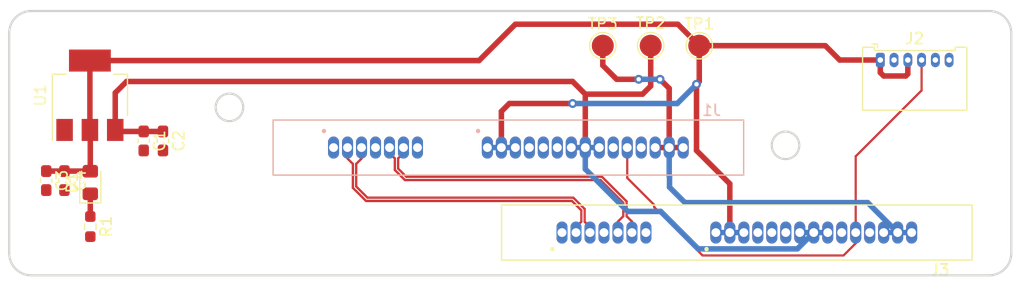
<source format=kicad_pcb>
(kicad_pcb (version 20211014) (generator pcbnew)
  (layers (0 "F.Cu" signal) (1 "In1.Cu" signal) (2 "In2.Cu" signal) (31 "B.Cu" signal) (34 "B.Paste" user) (35 "F.Paste" user) (36 "B.SilkS" user "B.Silkscreen") (37 "F.SilkS" user "F.Silkscreen") (38 "B.Mask" user) (39 "F.Mask" user) (44 "Edge.Cuts" user))
  (net 0 "")
  (net 1 "5V")
  (net 2 "Earth")
  (net 3 "3V3")
  (net 4 "Net-(D1-Pad1)")
  (net 5 "R")
  (net 6 "B")
  (net 7 "Latched")
  (net 8 "12V")
  (net 9 "A+")
  (net 10 "A-")
  (net 11 "B-")
  (net 12 "B+")
  (footprint "Capacitor_SMD:C_0603_1608Metric_Pad1.08x0.95mm_HandSolder" (layer "F.Cu") (at 127.05 80.8 -90)
    (fp_text reference "C1" (at 0 -1.43 90) (layer "F.SilkS"))
    (fp_text value "0.1 uF")
    (fp_line (start -0.146267 -0.51) (end 0.146267 -0.51) (layer "F.SilkS") (width 0.12))
    (fp_line (start -0.146267 0.51) (end 0.146267 0.51) (layer "F.SilkS") (width 0.12))
    (pad "1" smd roundrect (at -0.8625 0 270) (size 1.075 0.95) (layers "F.Cu" "F.Paste" "F.Mask") (net 1 "5V"))
    (pad "2" smd roundrect (at 0.8625 0 270) (size 1.075 0.95) (layers "F.Cu" "F.Paste" "F.Mask") (net 2 "Earth"))
  )
  (footprint "TestPoint:TestPoint_Pad_D2.0mm" (layer "F.Cu") (at 168.74 72.15)
    (fp_text reference "TP3" (at 0 -1.998) (layer "F.SilkS"))
    (fp_text value "12VTP")
    (fp_circle (center 0 0) (end 0 1.2) (layer "F.SilkS") (width 0.12) (fill none))
    (pad "1" smd circle (at 0 0) (size 2 2) (layers "F.Cu" "F.Mask") (net 8 "12V"))
  )
  (footprint "LED_SMD:LED_0805_2012Metric_Pad1.15x1.40mm_HandSolder" (layer "F.Cu") (at 122.2 84.575 90)
    (fp_text reference "D1" (at 0 -1.65 90) (layer "F.SilkS"))
    (fp_text value "LED_Small")
    (fp_line (start 1 -0.96) (end -1.86 -0.96) (layer "F.SilkS") (width 0.12))
    (fp_line (start -1.86 -0.96) (end -1.86 0.96) (layer "F.SilkS") (width 0.12))
    (fp_line (start -1.86 0.96) (end 1 0.96) (layer "F.SilkS") (width 0.12))
    (pad "1" smd roundrect (at -1.025 0 90) (size 1.15 1.4) (layers "F.Cu" "F.Paste" "F.Mask") (roundrect_rratio 0.217391) (net 4 "Net-(D1-Pad1)"))
    (pad "2" smd roundrect (at 1.025 0 90) (size 1.15 1.4) (layers "F.Cu" "F.Paste" "F.Mask") (roundrect_rratio 0.217391) (net 3 "3V3"))
  )
  (footprint "TestPoint:TestPoint_Pad_D2.0mm" (layer "F.Cu") (at 177.5 72.15)
    (fp_text reference "TP1" (at 0 -1.998) (layer "F.SilkS"))
    (fp_text value "3V3TP")
    (fp_circle (center 0 0) (end 0 1.2) (layer "F.SilkS") (width 0.12) (fill none))
    (pad "1" smd circle (at 0 0) (size 2 2) (layers "F.Cu" "F.Mask") (net 3 "3V3"))
  )
  (footprint "Capacitor_SMD:C_0603_1608Metric_Pad1.08x0.95mm_HandSolder" (layer "F.Cu") (at 119.85 84.4 -90)
    (fp_text reference "C4" (at 0 -1.43 -270) (layer "F.SilkS"))
    (fp_text value "0.1 uF")
    (fp_line (start -0.146267 0.51) (end 0.146267 0.51) (layer "F.SilkS") (width 0.12))
    (fp_line (start -0.146267 -0.51) (end 0.146267 -0.51) (layer "F.SilkS") (width 0.12))
    (pad "1" smd roundrect (at -0.8625 0 270) (size 1.075 0.95) (layers "F.Cu" "F.Paste" "F.Mask") (net 3 "3V3"))
    (pad "2" smd roundrect (at 0.8625 0 270) (size 1.075 0.95) (layers "F.Cu" "F.Paste" "F.Mask") (net 2 "Earth"))
  )
  (footprint "Package_TO_SOT_SMD:SOT-223-3_TabPin2" (layer "F.Cu") (at 122.165 76.65 90)
    (fp_text reference "U1" (at 0 -4.5 90) (layer "F.SilkS"))
    (fp_text value "NCP1117-3.3_SOT223")
    (fp_line (start -1.85 3.41) (end 1.91 3.41) (layer "F.SilkS") (width 0.12))
    (fp_line (start -4.1 -3.41) (end 1.91 -3.41) (layer "F.SilkS") (width 0.12))
    (fp_line (start 1.91 -3.41) (end 1.91 -2.15) (layer "F.SilkS") (width 0.12))
    (fp_line (start 1.91 3.41) (end 1.91 2.15) (layer "F.SilkS") (width 0.12))
    (pad "1" smd rect (at -3.15 -2.3 90) (size 2 1.5) (layers "F.Cu" "F.Paste" "F.Mask") (net 2 "Earth"))
    (pad "2" smd rect (at 3.15 0 90) (size 2 3.8) (layers "F.Cu" "F.Paste" "F.Mask") (net 3 "3V3"))
    (pad "2" smd rect (at -3.15 0 90) (size 2 1.5) (layers "F.Cu" "F.Paste" "F.Mask") (net 3 "3V3"))
    (pad "3" smd rect (at -3.15 2.3 90) (size 2 1.5) (layers "F.Cu" "F.Paste" "F.Mask") (net 1 "5V"))
  )
  (footprint "Capacitor_SMD:C_0603_1608Metric_Pad1.08x0.95mm_HandSolder" (layer "F.Cu") (at 118.2 84.4 -90)
    (fp_text reference "C3" (at 0 -1.43 -270) (layer "F.SilkS"))
    (fp_text value "10 uF")
    (fp_line (start -0.146267 -0.51) (end 0.146267 -0.51) (layer "F.SilkS") (width 0.12))
    (fp_line (start -0.146267 0.51) (end 0.146267 0.51) (layer "F.SilkS") (width 0.12))
    (pad "1" smd roundrect (at -0.8625 0 270) (size 1.075 0.95) (layers "F.Cu" "F.Paste" "F.Mask") (net 3 "3V3"))
    (pad "2" smd roundrect (at 0.8625 0 270) (size 1.075 0.95) (layers "F.Cu" "F.Paste" "F.Mask") (net 2 "Earth"))
  )
  (footprint "Capacitor_SMD:C_0603_1608Metric_Pad1.08x0.95mm_HandSolder" (layer "F.Cu") (at 128.8 80.8 -90)
    (fp_text reference "C2" (at 0 -1.43 90) (layer "F.SilkS"))
    (fp_text value "10 uF")
    (fp_line (start -0.146267 -0.51) (end 0.146267 -0.51) (layer "F.SilkS") (width 0.12))
    (fp_line (start -0.146267 0.51) (end 0.146267 0.51) (layer "F.SilkS") (width 0.12))
    (pad "1" smd roundrect (at -0.8625 0 270) (size 1.075 0.95) (layers "F.Cu" "F.Paste" "F.Mask") (net 1 "5V"))
    (pad "2" smd roundrect (at 0.8625 0 270) (size 1.075 0.95) (layers "F.Cu" "F.Paste" "F.Mask") (net 2 "Earth"))
  )
  (footprint "KiCADs:5622-2103-ML" (layer "F.Cu") (at 180.911 89.119 180)
    (fp_text reference "J3" (at -18.451625 -3.385295) (layer "F.SilkS") (effects (font (size 1.000087 1.000087))))
    (fp_text value "SATA_Combo")
    (fp_line (start -21.365 -2.5) (end 21.365 -2.5) (layer "F.SilkS") (width 0.127))
    (fp_line (start -21.365 2.5) (end -21.365 -2.5) (layer "F.SilkS") (width 0.127))
    (fp_line (start 21.365 2.5) (end -21.365 2.5) (layer "F.SilkS") (width 0.127))
    (fp_line (start 21.365 -2.5) (end 21.365 2.5) (layer "F.SilkS") (width 0.127))
    (fp_circle (center 16.75 -1.5) (end 16.85 -1.5) (layer "F.SilkS") (width 0.2) (fill none))
    (fp_circle (center 2.75 -1.5) (end 2.85 -1.5) (layer "F.SilkS") (width 0.2) (fill none))
    (pad "" np_thru_hole circle locked (at 19.365 0 180) (size 2.6 2.6) (drill 2.6) (layers *.Cu *.Mask))
    (pad "" np_thru_hole circle locked (at -19.365 0 180) (size 2.6 2.6) (drill 2.6) (layers *.Cu *.Mask))
    (pad "P1" thru_hole oval locked (at 1.905 0 180) (size 1 2) (drill 0.8) (layers *.Cu *.Mask) (net 3 "3V3"))
    (pad "P2" thru_hole oval locked (at 0.635 0 180) (size 1 2) (drill 0.8) (layers *.Cu *.Mask) (net 3 "3V3"))
    (pad "P3" thru_hole oval locked (at -0.635 0 180) (size 1 2) (drill 0.8) (layers *.Cu *.Mask) (net 3 "3V3"))
    (pad "P4" thru_hole oval locked (at -1.905 0 180) (size 1 2) (drill 0.8) (layers *.Cu *.Mask) (net 2 "Earth"))
    (pad "P5" thru_hole oval locked (at -3.175 0 180) (size 1 2) (drill 0.8) (layers *.Cu *.Mask) (net 2 "Earth"))
    (pad "P6" thru_hole oval locked (at -4.445 0 180) (size 1 2) (drill 0.8) (layers *.Cu *.Mask) (net 2 "Earth"))
    (pad "P7" thru_hole oval locked (at -5.715 0 180) (size 1 2) (drill 0.8) (layers *.Cu *.Mask) (net 1 "5V"))
    (pad "P8" thru_hole oval locked (at -6.985 0 180) (size 1 2) (drill 0.8) (layers *.Cu *.Mask) (net 1 "5V"))
    (pad "P9" thru_hole oval locked (at -8.255 0 180) (size 1 2) (drill 0.8) (layers *.Cu *.Mask) (net 1 "5V"))
    (pad "P10" thru_hole oval locked (at -9.525 0 180) (size 1 2) (drill 0.8) (layers *.Cu *.Mask) (net 2 "Earth"))
    (pad "P11" thru_hole oval locked (at -10.795 0 180) (size 1 2) (drill 0.8) (layers *.Cu *.Mask) (net 6 "B"))
    (pad "P12" thru_hole oval locked (at -12.065 0 180) (size 1 2) (drill 0.8) (layers *.Cu *.Mask) (net 2 "Earth"))
    (pad "P13" thru_hole oval locked (at -13.335 0 180) (size 1 2) (drill 0.8) (layers *.Cu *.Mask) (net 8 "12V"))
    (pad "P14" thru_hole oval locked (at -14.605 0 180) (size 1 2) (drill 0.8) (layers *.Cu *.Mask) (net 8 "12V"))
    (pad "P15" thru_hole oval locked (at -15.875 0 180) (size 1 2) (drill 0.8) (layers *.Cu *.Mask) (net 8 "12V"))
    (pad "S1" thru_hole oval locked (at 15.875 0 180) (size 1 2) (drill 0.8) (layers *.Cu *.Mask) (net 2 "Earth"))
    (pad "S2" thru_hole oval locked (at 14.605 0 180) (size 1 2) (drill 0.8) (layers *.Cu *.Mask) (net 9 "A+"))
    (pad "S3" thru_hole oval locked (at 13.335 0 180) (size 1 2) (drill 0.8) (layers *.Cu *.Mask) (net 10 "A-"))
    (pad "S4" thru_hole oval locked (at 12.065 0 180) (size 1 2) (drill 0.8) (layers *.Cu *.Mask) (net 2 "Earth"))
    (pad "S5" thru_hole oval locked (at 10.795 0 180) (size 1 2) (drill 0.8) (layers *.Cu *.Mask) (net 11 "B-"))
    (pad "S6" thru_hole oval locked (at 9.525 0 180) (size 1 2) (drill 0.8) (layers *.Cu *.Mask) (net 12 "B+"))
    (pad "S7" thru_hole oval locked (at 8.255 0 180) (size 1 2) (drill 0.8) (layers *.Cu *.Mask) (net 2 "Earth"))
  )
  (footprint "Connector_Molex:Molex_PicoBlade_53048-0610_1x06_P1.25mm_Horizontal" (layer "F.Cu") (at 193.94 73.45)
    (fp_text reference "J2" (at 3.12 -1.95) (layer "F.SilkS"))
    (fp_text value "Conn_01x06_Female")
    (fp_line (start -1.61 -1.16) (end -1.61 4.56) (layer "F.SilkS") (width 0.12))
    (fp_line (start 7.86 -1.16) (end 7.86 4.56) (layer "F.SilkS") (width 0.12))
    (fp_line (start 6.79 -1.16) (end 7.86 -1.16) (layer "F.SilkS") (width 0.12))
    (fp_line (start -0.25 -1.15) (end -0.25 -1.45) (layer "F.SilkS") (width 0.12))
    (fp_line (start 7.86 4.56) (end 3.125 4.56) (layer "F.SilkS") (width 0.12))
    (fp_line (start -0.54 -0.86) (end -0.54 -1.16) (layer "F.SilkS") (width 0.12))
    (fp_line (start 3.125 -0.86) (end 6.79 -0.86) (layer "F.SilkS") (width 0.12))
    (fp_line (start -1.61 4.56) (end 3.125 4.56) (layer "F.SilkS") (width 0.12))
    (fp_line (start -0.54 -1.16) (end -1.61 -1.16) (layer "F.SilkS") (width 0.12))
    (fp_line (start -0.25 -1.45) (end -0.75 -1.45) (layer "F.SilkS") (width 0.12))
    (fp_line (start 6.79 -0.86) (end 6.79 -1.16) (layer "F.SilkS") (width 0.12))
    (fp_line (start 3.125 -0.86) (end -0.54 -0.86) (layer "F.SilkS") (width 0.12))
    (pad "1" thru_hole roundrect (at 0 0) (size 0.8 1.3) (drill 0.5) (layers *.Cu *.Mask) (net 3 "3V3"))
    (pad "2" thru_hole oval (at 1.25 0) (size 0.8 1.3) (drill 0.5) (layers *.Cu *.Mask) (net 5 "R"))
    (pad "3" thru_hole oval (at 2.5 0) (size 0.8 1.3) (drill 0.5) (layers *.Cu *.Mask) (net 3 "3V3"))
    (pad "4" thru_hole oval (at 3.75 0) (size 0.8 1.3) (drill 0.5) (layers *.Cu *.Mask) (net 6 "B"))
    (pad "5" thru_hole oval (at 5 0) (size 0.8 1.3) (drill 0.5) (layers *.Cu *.Mask) (net 7 "Latched"))
    (pad "6" thru_hole oval (at 6.25 0) (size 0.8 1.3) (drill 0.5) (layers *.Cu *.Mask) (net 2 "Earth"))
  )
  (footprint "TestPoint:TestPoint_Pad_D2.0mm" (layer "F.Cu") (at 173.09 72.15)
    (fp_text reference "TP2" (at 0.01 -2.05) (layer "F.SilkS"))
    (fp_text value "5VTP")
    (fp_circle (center 0 0) (end 0 1.2) (layer "F.SilkS") (width 0.12) (fill none))
    (pad "1" smd circle (at 0 0) (size 2 2) (layers "F.Cu" "F.Mask") (net 1 "5V"))
  )
  (footprint "Resistor_SMD:R_0603_1608Metric_Pad0.98x0.95mm_HandSolder" (layer "F.Cu") (at 122.2 88.575 -90)
    (fp_text reference "R1" (at 0 -1.43 90) (layer "F.SilkS"))
    (fp_text value "R_Small_US")
    (fp_line (start -0.254724 0.5225) (end 0.254724 0.5225) (layer "F.SilkS") (width 0.12))
    (fp_line (start -0.254724 -0.5225) (end 0.254724 -0.5225) (layer "F.SilkS") (width 0.12))
    (pad "1" smd roundrect (at -0.9125 0 270) (size 0.975 0.95) (layers "F.Cu" "F.Paste" "F.Mask") (net 4 "Net-(D1-Pad1)"))
    (pad "2" smd roundrect (at 0.9125 0 270) (size 0.975 0.95) (layers "F.Cu" "F.Paste" "F.Mask") (net 2 "Earth"))
  )
  (footprint "KiCADs:5622-2103-ML" (layer "B.Cu") (at 160.165 81.4 180)
    (fp_text reference "J1" (at -18.451625 3.385295) (layer "B.SilkS") (effects (font (size 1.000087 1.000087)) (justify mirror)))
    (fp_text value "SATA_Combo")
    (fp_line (start 21.365 -2.5) (end -21.365 -2.5) (layer "B.SilkS") (width 0.127))
    (fp_line (start 21.365 2.5) (end 21.365 -2.5) (layer "B.SilkS") (width 0.127))
    (fp_line (start -21.365 2.5) (end 21.365 2.5) (layer "B.SilkS") (width 0.127))
    (fp_line (start -21.365 -2.5) (end -21.365 2.5) (layer "B.SilkS") (width 0.127))
    (fp_circle (center 2.75 1.5) (end 2.85 1.5) (layer "B.SilkS") (width 0.2) (fill none))
    (fp_circle (center 16.75 1.5) (end 16.85 1.5) (layer "B.SilkS") (width 0.2) (fill none))
    (pad "" np_thru_hole circle locked (at 19.365 0 180) (size 2.6 2.6) (drill 2.6) (layers *.Cu *.Mask))
    (pad "" np_thru_hole circle locked (at -19.365 0 180) (size 2.6 2.6) (drill 2.6) (layers *.Cu *.Mask))
    (pad "P1" thru_hole oval locked (at 1.905 0 180) (size 1 2) (drill 0.8) (layers *.Cu *.Mask) (net 3 "3V3"))
    (pad "P2" thru_hole oval locked (at 0.635 0 180) (size 1 2) (drill 0.8) (layers *.Cu *.Mask) (net 3 "3V3"))
    (pad "P3" thru_hole oval locked (at -0.635 0 180) (size 1 2) (drill 0.8) (layers *.Cu *.Mask) (net 3 "3V3"))
    (pad "P4" thru_hole oval locked (at -1.905 0 180) (size 1 2) (drill 0.8) (layers *.Cu *.Mask) (net 2 "Earth"))
    (pad "P5" thru_hole oval locked (at -3.175 0 180) (size 1 2) (drill 0.8) (layers *.Cu *.Mask) (net 2 "Earth"))
    (pad "P6" thru_hole oval locked (at -4.445 0 180) (size 1 2) (drill 0.8) (layers *.Cu *.Mask) (net 2 "Earth"))
    (pad "P7" thru_hole oval locked (at -5.715 0 180) (size 1 2) (drill 0.8) (layers *.Cu *.Mask) (net 1 "5V"))
    (pad "P8" thru_hole oval locked (at -6.985 0 180) (size 1 2) (drill 0.8) (layers *.Cu *.Mask) (net 1 "5V"))
    (pad "P9" thru_hole oval locked (at -8.255 0 180) (size 1 2) (drill 0.8) (layers *.Cu *.Mask) (net 1 "5V"))
    (pad "P10" thru_hole oval locked (at -9.525 0 180) (size 1 2) (drill 0.8) (layers *.Cu *.Mask) (net 2 "Earth"))
    (pad "P11" thru_hole oval locked (at -10.795 0 180) (size 1 2) (drill 0.8) (layers *.Cu *.Mask) (net 6 "B"))
    (pad "P12" thru_hole oval locked (at -12.065 0 180) (size 1 2) (drill 0.8) (layers *.Cu *.Mask) (net 2 "Earth"))
    (pad "P13" thru_hole oval locked (at -13.335 0 180) (size 1 2) (drill 0.8) (layers *.Cu *.Mask) (net 8 "12V"))
    (pad "P14" thru_hole oval locked (at -14.605 0 180) (size 1 2) (drill 0.8) (layers *.Cu *.Mask) (net 8 "12V"))
    (pad "P15" thru_hole oval locked (at -15.875 0 180) (size 1 2) (drill 0.8) (layers *.Cu *.Mask) (net 8 "12V"))
    (pad "S1" thru_hole oval locked (at 15.875 0 180) (size 1 2) (drill 0.8) (layers *.Cu *.Mask) (net 2 "Earth"))
    (pad "S2" thru_hole oval locked (at 14.605 0 180) (size 1 2) (drill 0.8) (layers *.Cu *.Mask) (net 9 "A+"))
    (pad "S3" thru_hole oval locked (at 13.335 0 180) (size 1 2) (drill 0.8) (layers *.Cu *.Mask) (net 10 "A-"))
    (pad "S4" thru_hole oval locked (at 12.065 0 180) (size 1 2) (drill 0.8) (layers *.Cu *.Mask) (net 2 "Earth"))
    (pad "S5" thru_hole oval locked (at 10.795 0 180) (size 1 2) (drill 0.8) (layers *.Cu *.Mask) (net 11 "B-"))
    (pad "S6" thru_hole oval locked (at 9.525 0 180) (size 1 2) (drill 0.8) (layers *.Cu *.Mask) (net 12 "B+"))
    (pad "S7" thru_hole oval locked (at 8.255 0 180) (size 1 2) (drill 0.8) (layers *.Cu *.Mask) (net 2 "Earth"))
  )
  (gr_arc (start 203.835001 68.999999) (mid 205.249214 69.585786) (end 205.835001 70.999999) (layer "Edge.Cuts") (width 0.2))
  (gr_arc (start 205.835001 91) (mid 205.249215 92.414214) (end 203.835001 93) (layer "Edge.Cuts") (width 0.2))
  (gr_arc (start 114.834999 70.999999) (mid 115.420786 69.585786) (end 116.834999 68.999999) (layer "Edge.Cuts") (width 0.2))
  (gr_line (start 205.835001 70.999999) (end 205.835001 91) (layer "Edge.Cuts") (width 0.2))
  (gr_arc (start 116.834999 93) (mid 115.420786 92.414213) (end 114.834999 91) (layer "Edge.Cuts") (width 0.2))
  (gr_line (start 116.834999 68.999999) (end 203.835001 68.999999) (layer "Edge.Cuts") (width 0.2))
  (gr_circle (center 134.835 77.75) (end 133.585 77.75) (layer "Edge.Cuts") (width 0.2) (fill none))
  (gr_circle (center 185.335 81.2) (end 184.085 81.2) (layer "Edge.Cuts") (width 0.2) (fill none))
  (gr_line (start 114.834999 91) (end 114.834999 70.999999) (layer "Edge.Cuts") (width 0.2))
  (gr_line (start 203.835001 93) (end 116.834999 93) (layer "Edge.Cuts") (width 0.2))
  (segment (start 124.6025 79.9375) (end 124.465 79.8) (width 0.5) (layer "F.Cu") (net 1))
  (segment (start 167.15 76.55) (end 167.15 81.4) (width 0.5) (layer "F.Cu") (net 1))
  (segment (start 173.09 75.81) (end 173.09 72.15) (width 0.5) (layer "F.Cu") (net 1))
  (segment (start 172.35 76.55) (end 173.09 75.81) (width 0.5) (layer "F.Cu") (net 1))
  (segment (start 167.15 76.55) (end 172.35 76.55) (width 0.5) (layer "F.Cu") (net 1))
  (segment (start 166 75.4) (end 167.15 76.55) (width 0.5) (layer "F.Cu") (net 1))
  (segment (start 125.5 75.4) (end 166 75.4) (width 0.5) (layer "F.Cu") (net 1))
  (segment (start 124.465 79.8) (end 124.465 76.435) (width 0.5) (layer "F.Cu") (net 1))
  (segment (start 127.05 79.9375) (end 124.6025 79.9375) (width 0.5) (layer "F.Cu") (net 1))
  (segment (start 124.465 76.435) (end 125.5 75.4) (width 0.5) (layer "F.Cu") (net 1))
  (segment (start 128.8 79.9375) (end 127.05 79.9375) (width 0.5) (layer "F.Cu") (net 1))
  (segment (start 174 87.2) (end 171 87.2) (width 0.5) (layer "B.Cu") (net 1))
  (segment (start 165.88 81.4) (end 168.42 81.4) (width 0.5) (layer "B.Cu") (net 1))
  (segment (start 171 87.2) (end 167.15 83.35) (width 0.5) (layer "B.Cu") (net 1))
  (segment (start 186.415 90.6) (end 177.4 90.6) (width 0.5) (layer "B.Cu") (net 1))
  (segment (start 177.4 90.6) (end 174 87.2) (width 0.5) (layer "B.Cu") (net 1))
  (segment (start 186.626 89.119) (end 189.166 89.119) (width 0.5) (layer "B.Cu") (net 1))
  (segment (start 187.896 89.119) (end 186.415 90.6) (width 0.5) (layer "B.Cu") (net 1))
  (segment (start 167.15 83.35) (end 167.15 81.4) (width 0.5) (layer "B.Cu") (net 1))
  (segment (start 194.25 74.9) (end 196.25 74.9) (width 0.5) (layer "F.Cu") (net 3))
  (segment (start 122.165 79.8) (end 122.165 73.5) (width 0.5) (layer "F.Cu") (net 3))
  (segment (start 177.25 81.665586) (end 180.276 84.691586) (width 0.5) (layer "F.Cu") (net 3))
  (segment (start 188.95 72.15) (end 190.25 73.45) (width 0.5) (layer "F.Cu") (net 3))
  (segment (start 160.25 77.4) (end 166 77.4) (width 0.5) (layer "F.Cu") (net 3))
  (segment (start 193.94 74.59) (end 194.25 74.9) (width 0.5) (layer "F.Cu") (net 3))
  (segment (start 159.53 81.4) (end 159.53 78.12) (width 0.5) (layer "F.Cu") (net 3))
  (segment (start 160.8 70.2) (end 175.55 70.2) (width 0.5) (layer "F.Cu") (net 3))
  (segment (start 180.276 84.691586) (end 180.276 89.119) (width 0.5) (layer "F.Cu") (net 3))
  (segment (start 177.5 75.4) (end 177.5 72.15) (width 0.5) (layer "F.Cu") (net 3))
  (segment (start 177.25 75.65) (end 177.5 75.4) (width 0.5) (layer "F.Cu") (net 3))
  (segment (start 193.94 73.45) (end 193.94 74.59) (width 0.5) (layer "F.Cu") (net 3))
  (segment (start 122.165 73.5) (end 157.5 73.5) (width 0.5) (layer "F.Cu") (net 3))
  (segment (start 122.1875 83.5375) (end 122.2 83.55) (width 0.5) (layer "F.Cu") (net 3))
  (segment (start 159.53 78.12) (end 160.25 77.4) (width 0.5) (layer "F.Cu") (net 3))
  (segment (start 190.25 73.45) (end 193.94 73.45) (width 0.5) (layer "F.Cu") (net 3))
  (segment (start 175.55 70.2) (end 177.5 72.15) (width 0.5) (layer "F.Cu") (net 3))
  (segment (start 122.2 79.835) (end 122.165 79.8) (width 0.5) (layer "F.Cu") (net 3))
  (segment (start 119.85 83.5375) (end 122.1875 83.5375) (width 0.5) (layer "F.Cu") (net 3))
  (segment (start 177.5 72.15) (end 188.95 72.15) (width 0.5) (layer "F.Cu") (net 3))
  (segment (start 196.44 74.71) (end 196.44 73.45) (width 0.5) (layer "F.Cu") (net 3))
  (segment (start 157.5 73.5) (end 160.8 70.2) (width 0.5) (layer "F.Cu") (net 3))
  (segment (start 196.25 74.9) (end 196.44 74.71) (width 0.5) (layer "F.Cu") (net 3))
  (segment (start 122.2 83.55) (end 122.2 79.835) (width 0.5) (layer "F.Cu") (net 3))
  (segment (start 177.25 75.65) (end 177.25 81.665586) (width 0.5) (layer "F.Cu") (net 3))
  (segment (start 118.2 83.5375) (end 119.85 83.5375) (width 0.5) (layer "F.Cu") (net 3))
  (via (at 177.25 75.65) (size 0.8) (drill 0.4) (layers "F.Cu" "B.Cu") (net 3))
  (via (at 166 77.4) (size 0.8) (drill 0.4) (layers "F.Cu" "B.Cu") (net 3))
  (segment (start 177.25 75.65) (end 175.5 77.4) (width 0.5) (layer "B.Cu") (net 3))
  (segment (start 179.006 89.119) (end 181.546 89.119) (width 0.5) (layer "B.Cu") (net 3))
  (segment (start 158.26 81.4) (end 160.8 81.4) (width 0.5) (layer "B.Cu") (net 3))
  (segment (start 175.5 77.4) (end 166 77.4) (width 0.5) (layer "B.Cu") (net 3))
  (segment (start 122.2 85.6) (end 122.2 87.6625) (width 0.5) (layer "F.Cu") (net 4))
  (segment (start 170.96 84.16) (end 173.4 86.6) (width 0.2) (layer "F.Cu") (net 6))
  (segment (start 170.96 81.4) (end 170.96 84.16) (width 0.2) (layer "F.Cu") (net 6))
  (segment (start 190.6 91.2) (end 191.706 90.094) (width 0.2) (layer "F.Cu") (net 6))
  (segment (start 191.706 90.094) (end 191.706 89.119) (width 0.2) (layer "F.Cu") (net 6))
  (segment (start 191.706 82.194) (end 191.706 89.119) (width 0.2) (layer "F.Cu") (net 6))
  (segment (start 173.4 86.6) (end 173.4 86.8) (width 0.2) (layer "F.Cu") (net 6))
  (segment (start 197.69 73.45) (end 197.69 76.21) (width 0.2) (layer "F.Cu") (net 6))
  (segment (start 197.69 76.21) (end 191.706 82.194) (width 0.2) (layer "F.Cu") (net 6))
  (segment (start 173.4 86.8) (end 177.8 91.2) (width 0.2) (layer "F.Cu") (net 6))
  (segment (start 177.8 91.2) (end 190.6 91.2) (width 0.2) (layer "F.Cu") (net 6))
  (segment (start 173.9395 75.2) (end 174.77 76.0305) (width 0.5) (layer "F.Cu") (net 8))
  (segment (start 173.5 81.4) (end 176.04 81.4) (width 0.5) (layer "F.Cu") (net 8))
  (segment (start 168.74 72.15) (end 168.74 73.94) (width 0.5) (layer "F.Cu") (net 8))
  (segment (start 174.77 76.0305) (end 174.77 81.4) (width 0.5) (layer "F.Cu") (net 8))
  (segment (start 169.8 75) (end 170 75.2) (width 0.5) (layer "F.Cu") (net 8))
  (segment (start 168.74 73.94) (end 169.8 75) (width 0.5) (layer "F.Cu") (net 8))
  (segment (start 170 75.2) (end 172 75.2) (width 0.5) (layer "F.Cu") (net 8))
  (via (at 173.9395 75.2) (size 0.8) (drill 0.4) (layers "F.Cu" "B.Cu") (net 8))
  (via (at 172 75.2) (size 0.8) (drill 0.4) (layers "F.Cu" "B.Cu") (net 8))
  (segment (start 176.2 86.4) (end 174.8 85) (width 0.5) (layer "B.Cu") (net 8))
  (segment (start 172 75.2) (end 173.9395 75.2) (width 0.5) (layer "B.Cu") (net 8))
  (segment (start 174.8 84) (end 174.77 83.97) (width 0.5) (layer "B.Cu") (net 8))
  (segment (start 174.77 83.97) (end 174.77 81.4) (width 0.5) (layer "B.Cu") (net 8))
  (segment (start 195.516 89.119) (end 192.797 86.4) (width 0.5) (layer "B.Cu") (net 8))
  (segment (start 194.246 89.119) (end 196.786 89.119) (width 0.5) (layer "B.Cu") (net 8))
  (segment (start 174.8 85) (end 174.8 84) (width 0.5) (layer "B.Cu") (net 8))
  (segment (start 192.797 86.4) (end 176.2 86.4) (width 0.5) (layer "B.Cu") (net 8))
  (segment (start 166.306 88.619) (end 166.791 88.134) (width 0.21) (layer "F.Cu") (net 9))
  (segment (start 145.56 82.4) (end 145.56 81.4) (width 0.21) (layer "F.Cu") (net 9))
  (segment (start 166.791 88.134) (end 166.791 87.103134) (width 0.21) (layer "F.Cu") (net 9))
  (segment (start 166.306 89.119) (end 166.306 88.619) (width 0.21) (layer "F.Cu") (net 9))
  (segment (start 165.937866 86.25) (end 147.237866 86.25) (width 0.21) (layer "F.Cu") (net 9))
  (segment (start 147.237866 86.25) (end 146.045 85.057134) (width 0.21) (layer "F.Cu") (net 9))
  (segment (start 146.045 82.885) (end 145.56 82.4) (width 0.21) (layer "F.Cu") (net 9))
  (segment (start 146.045 85.057134) (end 146.045 82.885) (width 0.21) (layer "F.Cu") (net 9))
  (segment (start 166.791 87.103134) (end 165.937866 86.25) (width 0.21) (layer "F.Cu") (net 9))
  (segment (start 146.345 84.932866) (end 146.345 82.885) (width 0.21) (layer "F.Cu") (net 10))
  (segment (start 147.362134 85.95) (end 146.345 84.932866) (width 0.21) (layer "F.Cu") (net 10))
  (segment (start 167.576 88.619) (end 167.091 88.134) (width 0.21) (layer "F.Cu") (net 10))
  (segment (start 167.091 88.134) (end 167.091 86.978866) (width 0.21) (layer "F.Cu") (net 10))
  (segment (start 166.062134 85.95) (end 147.362134 85.95) (width 0.21) (layer "F.Cu") (net 10))
  (segment (start 167.091 86.978866) (end 166.062134 85.95) (width 0.21) (layer "F.Cu") (net 10))
  (segment (start 146.83 82.4) (end 146.83 81.4) (width 0.21) (layer "F.Cu") (net 10))
  (segment (start 167.576 89.119) (end 167.576 88.619) (width 0.21) (layer "F.Cu") (net 10))
  (segment (start 146.345 82.885) (end 146.83 82.4) (width 0.21) (layer "F.Cu") (net 10))
  (segment (start 149.855 83.434998) (end 150.770002 84.35) (width 0.21) (layer "F.Cu") (net 11))
  (segment (start 149.37 81.4) (end 149.37 81.9) (width 0.21) (layer "F.Cu") (net 11))
  (segment (start 149.855 82.385) (end 149.855 83.434998) (width 0.21) (layer "F.Cu") (net 11))
  (segment (start 170.601 87.634) (end 170.116 88.119) (width 0.21) (layer "F.Cu") (net 11))
  (segment (start 168.537866 84.35) (end 170.601 86.413134) (width 0.21) (layer "F.Cu") (net 11))
  (segment (start 150.770002 84.35) (end 168.537866 84.35) (width 0.21) (layer "F.Cu") (net 11))
  (segment (start 170.601 86.413134) (end 170.601 87.634) (width 0.21) (layer "F.Cu") (net 11))
  (segment (start 170.116 88.119) (end 170.116 89.119) (width 0.21) (layer "F.Cu") (net 11))
  (segment (start 149.37 81.9) (end 149.855 82.385) (width 0.21) (layer "F.Cu") (net 11))
  (segment (start 170.901 86.288866) (end 170.901 87.634) (width 0.21) (layer "F.Cu") (net 12))
  (segment (start 171.386 88.119) (end 171.386 89.119) (width 0.21) (layer "F.Cu") (net 12))
  (segment (start 150.155 82.385) (end 150.155 83.31073) (width 0.21) (layer "F.Cu") (net 12))
  (segment (start 168.662134 84.05) (end 170.901 86.288866) (width 0.21) (layer "F.Cu") (net 12))
  (segment (start 150.89427 84.05) (end 168.662134 84.05) (width 0.21) (layer "F.Cu") (net 12))
  (segment (start 150.64 81.9) (end 150.155 82.385) (width 0.21) (layer "F.Cu") (net 12))
  (segment (start 170.901 87.634) (end 171.386 88.119) (width 0.21) (layer "F.Cu") (net 12))
  (segment (start 150.155 83.31073) (end 150.89427 84.05) (width 0.21) (layer "F.Cu") (net 12))
  (segment (start 150.64 81.4) (end 150.64 81.9) (width 0.21) (layer "F.Cu") (net 12))
)
</source>
